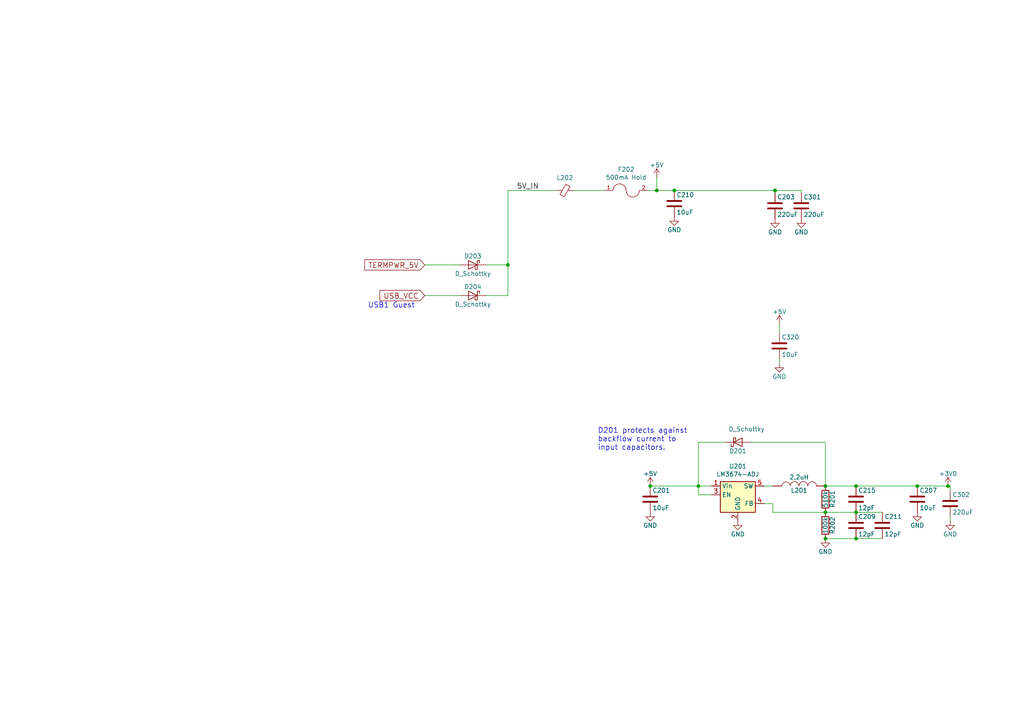
<source format=kicad_sch>
(kicad_sch (version 20230121) (generator eeschema)
  (paper "A4")
  (title_block (title "StupidTinySCSI") (rev "v1.0") (company "Derived from ZuluSCSI (TM) Pico OSHW") (comment 1 "(C) Rabbit Hole Computing ") (comment 2 "ZuluSCSI is a registered trademark of ") (comment 3 "Descended from SCSI2SD, with special thanks to Michael McMaster"))
  (lib_symbols
    (symbol "Device:FerriteBead_Small" (pin_numbers hide) (pin_names (offset 0))
      (property "Reference" "FB" (at 1.905 1.27 0))
      (property "Value" "FerriteBead_Small" (at 1.905 -1.27 0))
      (symbol "FerriteBead_Small_0_1"
        (polyline (pts (xy 0 -1.27) (xy 0 -0.7874)))
        (polyline (pts (xy 0 0.889) (xy 0 1.2954)))
        (polyline (pts (xy -1.8288 0.2794) (xy -1.1176 1.4986) (xy 1.8288 -0.2032) (xy 1.1176 -1.4224) (xy -1.8288 0.2794)))
      )
      (symbol "FerriteBead_Small_1_1"
        (pin passive line (at 0 2.54 270) (length 1.27) (name "~") (number "1"))
        (pin passive line (at 0 -2.54 90) (length 1.27) (name "~") (number "2"))
      )
    )
    (symbol "Regulator_Switching:LM3670MF"
      (property "Reference" "U" (at -5.08 5.08 0))
      (property "Value" "LM3670MF" (at 0 5.08 0))
      (symbol "LM3670MF_0_1"
        (rectangle (start -5.08 3.81) (end 5.08 -5.08) (stroke (width 0.254)) (fill (type background)))
      )
      (symbol "LM3670MF_1_1"
        (pin power_in line (at -7.62 2.54 0) (length 2.54) (name "Vin") (number "1"))
        (pin power_in line (at 0 -7.62 90) (length 2.54) (name "GND") (number "2"))
        (pin input line (at -7.62 0 0) (length 2.54) (name "EN") (number "3"))
        (pin input line (at 7.62 -2.54 180) (length 2.54) (name "FB") (number "4"))
        (pin input line (at 7.62 2.54 180) (length 2.54) (name "SW") (number "5"))
      )
    )
    (symbol "zuluscsi-rescue:+3V0" (power) (pin_names (offset 0))
      (property "Value" "+3V0" (at 0 3.556 0))
      (symbol "+3V0_0_1"
        (polyline (pts (xy -0.762 1.27) (xy 0 2.54)))
        (polyline (pts (xy 0 0) (xy 0 2.54)))
        (polyline (pts (xy 0 2.54) (xy 0.762 1.27)))
      )
      (symbol "+3V0_1_1"
        (pin power_in line (at 0 0 90) (length 0) hide (name "+3V0") (number "1"))
      )
    )
    (symbol "zuluscsi-rescue:+5V" (power) (pin_names (offset 0))
      (property "Value" "+5V" (at 0 3.556 0))
      (symbol "+5V_0_1"
        (polyline (pts (xy -0.762 1.27) (xy 0 2.54)))
        (polyline (pts (xy 0 0) (xy 0 2.54)))
        (polyline (pts (xy 0 2.54) (xy 0.762 1.27)))
      )
      (symbol "+5V_1_1"
        (pin power_in line (at 0 0 90) (length 0) hide (name "+5V") (number "1"))
      )
    )
    (symbol "zuluscsi-rescue:C" (pin_numbers hide) (pin_names (offset 0.254))
      (property "Reference" "C" (at 0.635 2.54 0))
      (property "Value" "C" (at 0.635 -2.54 0))
      (symbol "C_0_1"
        (polyline (pts (xy -2.032 -0.762) (xy 2.032 -0.762)) (stroke (width 0.508)))
        (polyline (pts (xy -2.032 0.762) (xy 2.032 0.762)) (stroke (width 0.508)))
      )
      (symbol "C_1_1"
        (pin passive line (at 0 3.81 270) (length 2.794) (name "~") (number "1"))
        (pin passive line (at 0 -3.81 90) (length 2.794) (name "~") (number "2"))
      )
    )
    (symbol "zuluscsi-rescue:D_Schottky" (pin_numbers hide) (pin_names (offset 1.016) hide)
      (property "Reference" "D" (at 0 2.54 0))
      (property "Value" "D_Schottky" (at 0 -2.54 0))
      (symbol "D_Schottky_0_1"
        (polyline (pts (xy 1.27 0) (xy -1.27 0)))
        (polyline (pts (xy 1.27 1.27) (xy 1.27 -1.27) (xy -1.27 0) (xy 1.27 1.27)) (stroke (width 0.2032)))
        (polyline (pts (xy -1.905 0.635) (xy -1.905 1.27) (xy -1.27 1.27) (xy -1.27 -1.27) (xy -0.635 -1.27) (xy -0.635 -0.635)) (stroke (width 0.2032)))
      )
      (symbol "D_Schottky_1_1"
        (pin passive line (at -3.81 0 0) (length 2.54) (name "K") (number "1"))
        (pin passive line (at 3.81 0 180) (length 2.54) (name "A") (number "2"))
      )
    )
    (symbol "zuluscsi-rescue:FUSE" (pin_names (offset 0.254))
      (property "Reference" "F" (at 2.54 1.27 0))
      (property "Value" "FUSE" (at -2.54 -1.27 0))
      (symbol "FUSE_0_1"
        (arc (start 0 0) (mid -1.905 1.8967) (end -3.81 0))
        (arc (start 0 0) (mid 1.905 -1.8967) (end 3.81 0))
      )
      (symbol "FUSE_1_1"
        (pin input line (at -6.35 0 0) (length 2.54) (name "~") (number "1"))
        (pin input line (at 6.35 0 180) (length 2.54) (name "~") (number "2"))
      )
    )
    (symbol "zuluscsi-rescue:GND" (power) (pin_names (offset 0))
      (property "Value" "GND" (at 0 -3.81 0))
      (symbol "GND_0_1"
        (polyline (pts (xy 0 0) (xy 0 -1.27) (xy 1.27 -1.27) (xy 0 -2.54) (xy -1.27 -1.27) (xy 0 -1.27)))
      )
      (symbol "GND_1_1"
        (pin power_in line (at 0 0 270) (length 0) hide (name "GND") (number "1"))
      )
    )
    (symbol "zuluscsi-rescue:INDUCTOR" (pin_numbers hide) (pin_names (offset 1.016) hide)
      (property "Reference" "L" (at -1.27 0 90))
      (property "Value" "INDUCTOR" (at 2.54 0 90))
      (symbol "INDUCTOR_0_1"
        (arc (start 0.0254 -5.0546) (mid 1.245 -3.7973) (end 0.0254 -2.54))
        (arc (start 0.0254 -2.5146) (mid 1.2704 -1.2319) (end 0.0254 0.0508))
        (arc (start 0.0254 0.0254) (mid 1.2704 1.3081) (end 0.0254 2.5908))
        (arc (start 0.0254 2.5654) (mid 1.1942 3.7719) (end 0.0254 4.9784))
      )
      (symbol "INDUCTOR_1_1"
        (pin passive line (at 0 7.62 270) (length 2.54) (name "1") (number "1"))
        (pin passive line (at 0 -7.62 90) (length 2.54) (name "2") (number "2"))
      )
    )
    (symbol "zuluscsi-rescue:R" (pin_numbers hide) (pin_names (offset 0))
      (property "Reference" "R" (at 2.032 0 90))
      (property "Value" "R" (at 0 0 90))
      (symbol "R_0_1"
        (rectangle (start -1.016 -2.54) (end 1.016 2.54) (stroke (width 0.254)))
      )
      (symbol "R_1_1"
        (pin passive line (at 0 3.81 270) (length 1.27) (name "~") (number "1"))
        (pin passive line (at 0 -3.81 90) (length 1.27) (name "~") (number "2"))
      )
    )
  )
  (junction (at 266.065 140.97))
  (junction (at 274.955 140.97))
  (junction (at 190.5 55.245))
  (junction (at 195.58 55.245))
  (junction (at 239.395 148.59))
  (junction (at 239.395 140.97))
  (junction (at 224.79 55.245))
  (junction (at 248.285 148.59))
  (junction (at 239.395 156.21))
  (junction (at 248.285 140.97))
  (junction (at 202.565 140.97))
  (junction (at 248.285 156.21))
  (junction (at 147.32 76.835))
  (junction (at 188.595 140.97))
  (wire (pts (xy 195.58 55.245) (xy 224.79 55.245)))
  (wire (pts (xy 226.06 93.98) (xy 226.06 96.52)))
  (wire (pts (xy 123.19 76.835) (xy 133.35 76.835)))
  (wire (pts (xy 275.59 142.24) (xy 275.59 140.97)))
  (wire (pts (xy 210.185 128.27) (xy 202.565 128.27)))
  (wire (pts (xy 123.19 85.725) (xy 133.35 85.725)))
  (wire (pts (xy 248.285 156.21) (xy 239.395 156.21)))
  (wire (pts (xy 239.395 148.59) (xy 248.285 148.59)))
  (wire (pts (xy 202.565 143.51) (xy 202.565 140.97)))
  (wire (pts (xy 275.59 140.97) (xy 274.955 140.97)))
  (wire (pts (xy 221.615 140.97) (xy 224.155 140.97)))
  (wire (pts (xy 255.905 156.21) (xy 248.285 156.21)))
  (wire (pts (xy 224.79 55.245) (xy 232.41 55.245)))
  (wire (pts (xy 224.155 148.59) (xy 224.155 146.05)))
  (wire (pts (xy 147.32 76.835) (xy 140.97 76.835)))
  (wire (pts (xy 147.32 76.835) (xy 147.32 85.725)))
  (wire (pts (xy 224.79 55.88) (xy 224.79 55.245)))
  (wire (pts (xy 206.375 143.51) (xy 202.565 143.51)))
  (wire (pts (xy 147.32 55.245) (xy 147.32 76.835)))
  (wire (pts (xy 275.59 151.13) (xy 275.59 149.86)))
  (wire (pts (xy 166.37 55.245) (xy 175.26 55.245)))
  (wire (pts (xy 188.595 140.97) (xy 202.565 140.97)))
  (wire (pts (xy 187.96 55.245) (xy 190.5 55.245)))
  (wire (pts (xy 202.565 128.27) (xy 202.565 140.97)))
  (wire (pts (xy 190.5 55.245) (xy 190.5 51.435)))
  (wire (pts (xy 224.155 148.59) (xy 239.395 148.59)))
  (wire (pts (xy 147.32 85.725) (xy 140.97 85.725)))
  (wire (pts (xy 224.155 146.05) (xy 221.615 146.05)))
  (wire (pts (xy 232.41 55.88) (xy 232.41 55.245)))
  (wire (pts (xy 217.805 128.27) (xy 239.395 128.27)))
  (wire (pts (xy 161.29 55.245) (xy 147.32 55.245)))
  (wire (pts (xy 239.395 128.27) (xy 239.395 140.97)))
  (wire (pts (xy 190.5 55.245) (xy 195.58 55.245)))
  (wire (pts (xy 226.06 105.41) (xy 226.06 104.14)))
  (wire (pts (xy 202.565 140.97) (xy 206.375 140.97)))
  (wire (pts (xy 248.285 140.97) (xy 266.065 140.97)))
  (wire (pts (xy 239.395 140.97) (xy 248.285 140.97)))
  (wire (pts (xy 248.285 148.59) (xy 255.905 148.59)))
  (wire (pts (xy 266.065 140.97) (xy 274.955 140.97)))
  (text "USB1 Guest" (at 106.68 89.535 0) (effects (font (size 1.524 1.524)) (justify left bottom)))
  (text "D201 protects against\nbackflow current to\ninput capacitors." (at 173.355 130.81 0) (effects (font (size 1.524 1.524)) (justify left bottom)))
  (label "5V_IN" (at 149.86 55.245 0) (effects (font (size 1.524 1.524))))
  (global_label "USB_VCC" (shape input) (at 123.19 85.725 180) (effects (font (size 1.524 1.524))) (property "Intersheetrefs" "${INTERSHEET_REFS}" (effects hide)))
  (global_label "TERMPWR_5V" (shape input) (at 123.19 76.835 180) (effects (font (size 1.524 1.524))) (property "Intersheetrefs" "${INTERSHEET_REFS}" (effects hide)))
  (symbol (lib_id "zuluscsi-rescue:D_Schottky") (at 137.16 76.835 0) (mirror y) (unit 1)
    (property "Reference" "D203" (at 137.16 74.295 0))
    (property "Value" "D_Schottky" (at 137.16 79.375 0))
    (property "Footprint" "Diode_SMD:D_SOD-123" (effects hide))
    (property "LCSC" "C8598" (effects hide))
    (property "Manufacturer" "Micro Commercial Co" (effects hide))
    (property "PartNumber" "MBRX120LF-TP" (effects hide))
    (property "digikey" "MBRX120LF-TPMSCT-ND" (effects hide))
  )
  (symbol (lib_id "zuluscsi-rescue:D_Schottky") (at 137.16 85.725 0) (mirror y) (unit 1)
    (property "Reference" "D204" (at 137.16 83.185 0))
    (property "Value" "D_Schottky" (at 137.16 88.265 0))
    (property "Footprint" "Diode_SMD:D_SOD-123" (effects hide))
    (property "LCSC" "C8598" (effects hide))
    (property "Manufacturer" "Micro Commercial Co" (effects hide))
    (property "PartNumber" "MBRX120LF-TP" (effects hide))
    (property "digikey" "MBRX120LF-TPMSCT-ND" (effects hide))
  )
  (symbol (lib_id "zuluscsi-rescue:FUSE") (at 181.61 55.245 0) (unit 1)
    (property "Reference" "F202" (at 181.61 49.149 0))
    (property "Value" "500mA Hold" (at 181.61 51.4604 0))
    (property "Footprint" "Fuse:Fuse_1206_3216Metric" (effects hide))
    (property "LCSC" "C369160" (effects hide))
    (property "Manufacturer" "Bel Fuse Inc" (effects hide))
    (property "PartNumber" "0ZCJ0050FF2G" (effects hide))
    (property "digikey" "507-1802-1-ND" (effects hide))
  )
  (symbol (lib_id "zuluscsi-rescue:+5V") (at 190.5 51.435 0) (unit 1)
    (property "Reference" "#PWR063" (effects hide))
    (property "Value" "+5V" (at 190.5 47.879 0))
  )
  (symbol (lib_id "zuluscsi-rescue:GND") (at 213.995 151.13 0) (unit 1)
    (property "Reference" "#PWR064" (effects hide))
    (property "Value" "GND" (at 213.995 154.94 0))
  )
  (symbol (lib_id "zuluscsi-rescue:+5V") (at 188.595 140.97 0) (unit 1)
    (property "Reference" "#PWR065" (effects hide))
    (property "Value" "+5V" (at 188.595 137.414 0))
  )
  (symbol (lib_id "zuluscsi-rescue:C") (at 188.595 144.78 0) (unit 1)
    (property "Reference" "C201" (at 189.23 142.24 0) (effects (justify left)))
    (property "Value" "10uF" (at 189.23 147.32 0) (effects (justify left)))
    (property "Footprint" "Capacitor_SMD:C_0805_2012Metric" (effects hide))
    (property "LCSC" "C15850" (effects hide))
    (property "Manufacturer" "Samsung" (effects hide))
    (property "PartNumber" "CL21A106KPFNNNG" (effects hide))
    (property "digikey" "1276-6456-1-ND " (effects hide))
  )
  (symbol (lib_id "zuluscsi-rescue:GND") (at 188.595 148.59 0) (unit 1)
    (property "Reference" "#PWR066" (effects hide))
    (property "Value" "GND" (at 188.595 152.4 0))
  )
  (symbol (lib_id "zuluscsi-rescue:INDUCTOR") (at 231.775 140.97 90) (unit 1)
    (property "Reference" "L201" (at 231.775 142.24 90))
    (property "Value" "2.2uH" (at 231.775 138.43 90))
    (property "Footprint" "ZuluSCSI:Inductor_1008" (effects hide))
    (property "LCSC" "C86092" (effects hide))
    (property "Manufacturer" "Murata Electronics North America " (effects hide))
    (property "PartNumber" "DFE252012P-2R2M=P2 " (effects hide))
    (property "digikey" "490-10649-1-ND " (effects hide))
  )
  (symbol (lib_id "zuluscsi-rescue:R") (at 239.395 144.78 0) (unit 1)
    (property "Reference" "R201" (at 241.427 144.78 90))
    (property "Value" "510k" (at 239.395 144.78 90))
    (property "Footprint" "Resistor_SMD:R_0603_1608Metric" (effects hide))
    (property "LCSC" "C23192" (effects hide))
    (property "Manufacturer" "Yageo" (effects hide))
    (property "PartNumber" "RC0603FR-07510KL" (effects hide))
    (property "digikey" "311-510KHRTR-ND " (effects hide))
  )
  (symbol (lib_id "zuluscsi-rescue:R") (at 239.395 152.4 0) (unit 1)
    (property "Reference" "R202" (at 241.427 152.4 90))
    (property "Value" "100k" (at 239.395 152.4 90))
    (property "Footprint" "Resistor_SMD:R_0603_1608Metric" (effects hide))
    (property "LCSC" "C25803" (effects hide))
    (property "Manufacturer" "Yageo" (effects hide))
    (property "PartNumber" "RC0603FR-07100KL" (effects hide))
    (property "digikey" "311-100KHRTR-ND" (effects hide))
  )
  (symbol (lib_id "zuluscsi-rescue:GND") (at 239.395 156.21 0) (unit 1)
    (property "Reference" "#PWR067" (effects hide))
    (property "Value" "GND" (at 239.395 160.02 0))
  )
  (symbol (lib_id "zuluscsi-rescue:C") (at 266.065 144.78 0) (unit 1)
    (property "Reference" "C207" (at 266.7 142.24 0) (effects (justify left)))
    (property "Value" "10uF" (at 266.7 147.32 0) (effects (justify left)))
    (property "Footprint" "Capacitor_SMD:C_0805_2012Metric" (effects hide))
    (property "LCSC" "C15850" (effects hide))
    (property "Manufacturer" "Samsung" (effects hide))
    (property "PartNumber" "CL21A106KPFNNNG" (effects hide))
    (property "digikey" "1276-6456-1-ND " (effects hide))
  )
  (symbol (lib_id "zuluscsi-rescue:GND") (at 266.065 148.59 0) (unit 1)
    (property "Reference" "#PWR068" (effects hide))
    (property "Value" "GND" (at 266.065 152.4 0))
  )
  (symbol (lib_id "zuluscsi-rescue:GND") (at 195.58 62.865 0) (unit 1)
    (property "Reference" "#PWR069" (effects hide))
    (property "Value" "GND" (at 195.58 66.675 0))
  )
  (symbol (lib_id "zuluscsi-rescue:C") (at 248.285 144.78 0) (unit 1)
    (property "Reference" "C215" (at 248.92 142.24 0) (effects (justify left)))
    (property "Value" "12pF" (at 248.92 147.32 0) (effects (justify left)))
    (property "Footprint" "Capacitor_SMD:C_0603_1608Metric" (effects hide))
    (property "LCSC" "C38523" (effects hide))
    (property "Manufacturer" "KEMET" (effects hide))
    (property "PartNumber" "C0603C120J5GAC7867" (effects hide))
    (property "digikey" "399-C0603C120J5GAC7867TR-ND" (effects hide))
  )
  (symbol (lib_id "zuluscsi-rescue:GND") (at 275.59 151.13 0) (unit 1)
    (property "Reference" "#PWR071" (effects hide))
    (property "Value" "GND" (at 275.59 154.94 0))
  )
  (symbol (lib_id "zuluscsi-rescue:+3V0") (at 274.955 140.97 0) (unit 1)
    (property "Reference" "#PWR072" (effects hide))
    (property "Value" "+3V0" (at 274.955 137.414 0))
  )
  (symbol (lib_id "zuluscsi-rescue:C") (at 224.79 59.69 0) (unit 1)
    (property "Reference" "C203" (at 225.425 57.15 0) (effects (justify left)))
    (property "Value" "220uF" (at 225.425 62.23 0) (effects (justify left)))
    (property "Footprint" "Capacitor_Tantalum_SMD:CP_EIA-6032-15_Kemet-U_Pad2.25x2.35mm_HandSolder" (effects hide))
    (property "Manufacturer" "AVX" (effects hide))
    (property "PartNumber" "TAJC227K010RNJ" (effects hide))
    (property "digikey" "478-4774-1-ND" (effects hide))
  )
  (symbol (lib_id "zuluscsi-rescue:GND") (at 224.79 63.5 0) (unit 1)
    (property "Reference" "#PWR0201" (effects hide))
    (property "Value" "GND" (at 224.79 67.31 0))
  )
  (symbol (lib_id "zuluscsi-rescue:GND") (at 232.41 63.5 0) (unit 1)
    (property "Reference" "#PWR0202" (effects hide))
    (property "Value" "GND" (at 232.41 67.31 0))
  )
  (symbol (lib_id "Device:FerriteBead_Small") (at 163.83 55.245 270) (unit 1)
    (property "Reference" "L202" (at 163.83 51.562 90))
    (property "Value" "Ferrite_Bead_Small" (effects hide))
    (property "Footprint" "Inductor_SMD:L_0603_1608Metric" (effects hide))
    (property "LCSC" "C1002" (effects hide))
    (property "Manufacturer" "Pulse Electronics Network" (effects hide))
    (property "PartNumber" "PE-0603FB601ST" (effects hide))
    (property "digikey" "553-2384-2-ND" (effects hide))
  )
  (symbol (lib_id "zuluscsi-rescue:C") (at 195.58 59.055 0) (unit 1)
    (property "Reference" "C210" (at 196.215 56.515 0) (effects (justify left)))
    (property "Value" "10uF" (at 196.215 61.595 0) (effects (justify left)))
    (property "Footprint" "Capacitor_SMD:C_0805_2012Metric" (effects hide))
    (property "LCSC" "C15850" (effects hide))
    (property "Manufacturer" "Samsung" (effects hide))
    (property "PartNumber" "CL21A106KPFNNNG" (effects hide))
    (property "digikey" "1276-6456-1-ND " (effects hide))
  )
  (symbol (lib_id "zuluscsi-rescue:D_Schottky") (at 213.995 128.27 0) (mirror x) (unit 1)
    (property "Reference" "D201" (at 213.995 130.81 0))
    (property "Value" "D_Schottky" (at 216.535 124.46 0))
    (property "Footprint" "Diode_SMD:D_SOD-123" (effects hide))
    (property "LCSC" "C8598" (effects hide))
    (property "Manufacturer" "Micro Commercial Co" (effects hide))
    (property "PartNumber" "MBRX120LF-TP" (effects hide))
    (property "digikey" "MBRX120LF-TPMSCT-ND" (effects hide))
  )
  (symbol (lib_id "Regulator_Switching:LM3670MF") (at 213.995 143.51 0) (unit 1)
    (property "Reference" "U201" (at 213.995 135.255 0))
    (property "Value" "LM3674-ADJ" (at 213.995 137.5664 0))
    (property "Footprint" "Package_TO_SOT_SMD:TSOT-23-5" (effects hide))
    (property "Datasheet" "http://www.ti.com/lit/ds/symlink/lm3670.pdf" (effects hide))
    (property "LCSC" "C52027" (effects hide))
    (property "Manufacturer" "Texas Instruments" (effects hide))
    (property "PartNumber" "LM3674MFX-ADJ/NOPB" (effects hide))
    (property "digikey" "296-43049-1-ND" (effects hide))
    (property "JLCPCBCORRECT" "0;0;-90" (effects hide))
  )
  (symbol (lib_id "zuluscsi-rescue:C") (at 248.285 152.4 0) (unit 1)
    (property "Reference" "C209" (at 248.92 149.86 0) (effects (justify left)))
    (property "Value" "12pF" (at 248.92 154.94 0) (effects (justify left)))
    (property "Footprint" "Capacitor_SMD:C_0603_1608Metric" (effects hide))
    (property "LCSC" "C38523" (effects hide))
    (property "Manufacturer" "KEMET" (effects hide))
    (property "PartNumber" "C0603C120J5GAC7867" (effects hide))
    (property "digikey" "399-C0603C120J5GAC7867TR-ND" (effects hide))
  )
  (symbol (lib_id "zuluscsi-rescue:C") (at 255.905 152.4 0) (unit 1)
    (property "Reference" "C211" (at 256.54 149.86 0) (effects (justify left)))
    (property "Value" "12pF" (at 256.54 154.94 0) (effects (justify left)))
    (property "Footprint" "Capacitor_SMD:C_0603_1608Metric" (effects hide))
    (property "LCSC" "C38523" (effects hide))
    (property "Manufacturer" "KEMET" (effects hide))
    (property "PartNumber" "C0603C120J5GAC7867" (effects hide))
    (property "digikey" "399-C0603C120J5GAC7867TR-ND" (effects hide))
  )
  (symbol (lib_id "zuluscsi-rescue:C") (at 232.41 59.69 0) (unit 1)
    (property "Reference" "C301" (at 233.045 57.15 0) (effects (justify left)))
    (property "Value" "220uF" (at 233.045 62.23 0) (effects (justify left)))
    (property "Footprint" "Capacitor_Tantalum_SMD:CP_EIA-6032-15_Kemet-U_Pad2.25x2.35mm_HandSolder" (effects hide))
    (property "Manufacturer" "AVX" (effects hide))
    (property "PartNumber" "TAJC227K010RNJ" (effects hide))
    (property "digikey" "478-4774-1-ND" (effects hide))
  )
  (symbol (lib_id "zuluscsi-rescue:GND") (at 226.06 105.41 0) (unit 1)
    (property "Reference" "#PWR0113" (effects hide))
    (property "Value" "GND" (at 226.06 109.22 0))
    (instances (project "StupidTinySCSI" (path "" (reference "#PWR0113") (unit 1)) (path "" (reference "#PWR0308") (unit 1))))
  )
  (symbol (lib_id "zuluscsi-rescue:C") (at 275.59 146.05 0) (unit 1)
    (property "Reference" "C302" (at 276.225 143.51 0) (effects (justify left)))
    (property "Value" "220uF" (at 276.225 148.59 0) (effects (justify left)))
    (property "Footprint" "Capacitor_Tantalum_SMD:CP_EIA-6032-15_Kemet-U_Pad2.25x2.35mm_HandSolder" (effects hide))
    (property "Manufacturer" "AVX" (effects hide))
    (property "PartNumber" "TAJC227K010RNJ" (effects hide))
    (property "digikey" "478-4774-1-ND" (effects hide))
  )
  (symbol (lib_id "zuluscsi-rescue:+5V") (at 226.06 93.98 0) (unit 1)
    (property "Reference" "#PWR0307" (effects hide))
    (property "Value" "+5V" (at 226.06 90.424 0))
    (instances (project "StupidTinySCSI" (path "" (reference "#PWR0307") (unit 1)) (path "" (reference "#PWR04") (unit 1))))
  )
  (symbol (lib_id "zuluscsi-rescue:C") (at 226.06 100.33 0) (unit 1)
    (property "Reference" "C320" (at 226.695 97.79 0) (effects (justify left)))
    (property "Value" "10uF" (at 226.695 102.87 0) (effects (justify left)))
    (property "Footprint" "Capacitor_SMD:C_0805_2012Metric" (effects hide))
    (property "LCSC" "C15850" (effects hide))
    (property "Manufacturer" "Samsung" (effects hide))
    (property "PartNumber" "CL21A106KPFNNNG" (effects hide))
    (property "digikey" "1276-6456-1-ND " (effects hide))
    (instances (project "StupidTinySCSI" (path "" (reference "C320") (unit 1)) (path "" (reference "C303") (unit 1))))
  )
)
</source>
